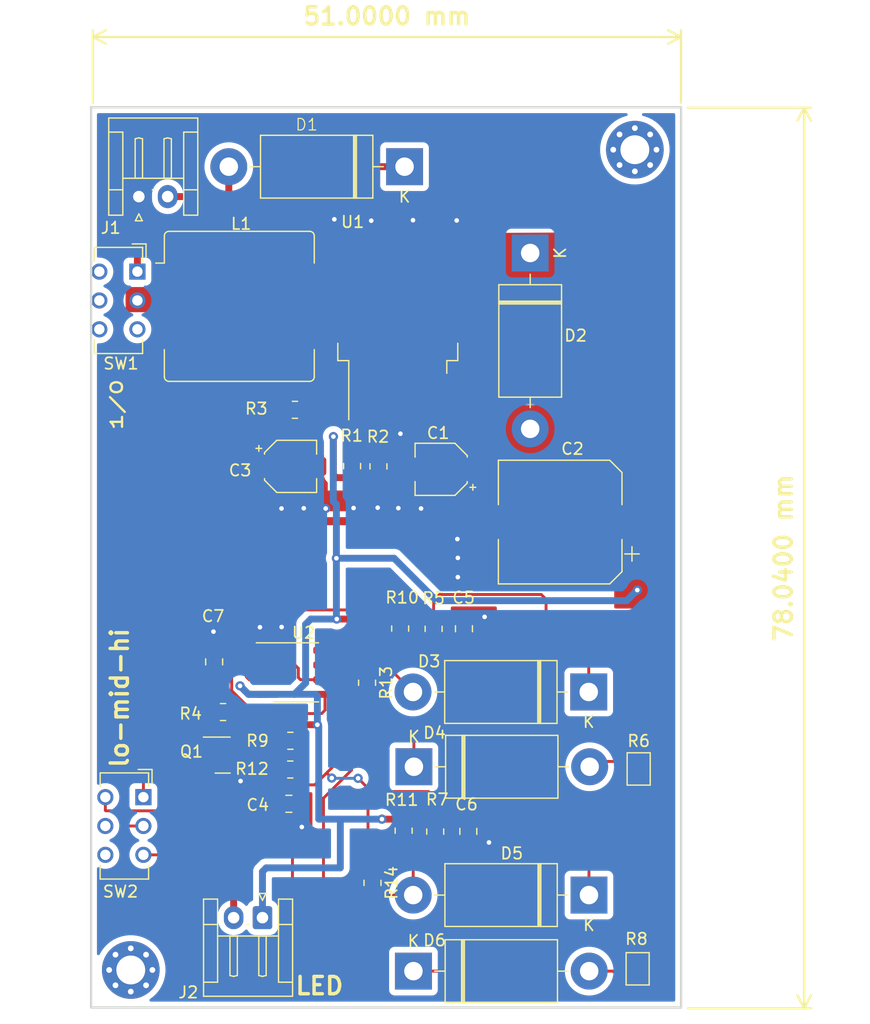
<source format=kicad_pcb>
(kicad_pcb (version 20211014) (generator pcbnew)
  (layers (0 "F.Cu" signal) (31 "B.Cu" signal) (34 "B.Paste" user) (35 "F.Paste" user) (36 "B.SilkS" user "B.Silkscreen") (37 "F.SilkS" user "F.Silkscreen") (38 "B.Mask" user) (39 "F.Mask" user) (44 "Edge.Cuts" user))
  (net 0 "")
  (net 1 "Net-(C1-Pad1)")
  (net 2 "Earth")
  (net 3 "VCC")
  (net 4 "Net-(C3-Pad1)")
  (net 5 "Net-(R12-Pad1)")
  (net 6 "Net-(C7-Pad1)")
  (net 7 "Net-(D1-Pad1)")
  (net 8 "Net-(D1-Pad2)")
  (net 9 "Net-(D2-Pad2)")
  (net 10 "Net-(D3-Pad1)")
  (net 11 "Net-(D3-Pad2)")
  (net 12 "Net-(D4-Pad1)")
  (net 13 "Net-(D4-Pad2)")
  (net 14 "Net-(D5-Pad1)")
  (net 15 "Net-(D5-Pad2)")
  (net 16 "Net-(D6-Pad1)")
  (net 17 "Net-(D6-Pad2)")
  (net 18 "Net-(J2-Pad2)")
  (net 19 "Net-(Q1-Pad2)")
  (net 20 "Net-(R1-Pad2)")
  (net 21 "Net-(R3-Pad1)")
  (net 22 "Net-(R4-Pad1)")
  (net 23 "Net-(R12-Pad2)")
  (net 24 "Net-(SW2-Pad3)")
  (footprint "Diode_THT:D_DO-201AD_P15.24mm_Horizontal" (layer "F.Cu") (at 100.94 120.72)
    (fp_text reference "D4" (at 1.79 -2.94) (layer "F.SilkS"))
    (fp_text value "MBR340")
    (fp_text user "K" (at 0 -2.6) (layer "F.SilkS"))
    (pad "1" thru_hole rect (at 0 0) (size 3.2 3.2) (drill 1.6) (layers *.Cu *.Mask) (net 12 "Net-(D4-Pad1)"))
    (pad "2" thru_hole oval (at 15.24 0) (size 3.2 3.2) (drill 1.6) (layers *.Cu *.Mask) (net 13 "Net-(D4-Pad2)"))
  )
  (footprint "Package_TO_SOT_SMD:TO-263-5_TabPin3" (layer "F.Cu") (at 99.5426 82.5754 90)
    (fp_text reference "U1" (at 9.0654 -3.9126 180) (layer "F.SilkS"))
    (fp_text value "LM2577_SIMPLE-SWITCHER_Step-Up_Voltage_Regulator")
    (pad "1" smd rect (at -5.775 -3.4 90) (size 4.6 1.1) (layers "F.Cu" "F.Paste" "F.Mask") (net 21 "Net-(R3-Pad1)"))
    (pad "2" smd rect (at -5.775 -1.7 90) (size 4.6 1.1) (layers "F.Cu" "F.Paste" "F.Mask") (net 20 "Net-(R1-Pad2)"))
    (pad "3" smd rect (at 3.375 0 90) (size 9.4 10.8) (layers "F.Cu" "F.Mask") (net 2 "Earth"))
    (pad "3" smd rect (at -5.775 0 90) (size 4.6 1.1) (layers "F.Cu" "F.Paste" "F.Mask") (net 2 "Earth"))
    (pad "4" smd rect (at -5.775 1.7 90) (size 4.6 1.1) (layers "F.Cu" "F.Paste" "F.Mask") (net 9 "Net-(D2-Pad2)"))
    (pad "5" smd rect (at -5.775 3.4 90) (size 4.6 1.1) (layers "F.Cu" "F.Paste" "F.Mask") (net 1 "Net-(C1-Pad1)"))
  )
  (footprint "Package_TO_SOT_SMD:SOT-23" (layer "F.Cu") (at 84.36 119.71)
    (fp_text reference "Q1" (at -2.71 -0.3) (layer "F.SilkS"))
    (fp_text value "Q_NMOS_DGS")
    (pad "1" smd roundrect (at -0.9375 -0.95) (size 1.475 0.6) (layers "F.Cu" "F.Paste" "F.Mask") (net 18 "Net-(J2-Pad2)"))
    (pad "2" smd roundrect (at -0.9375 0.95) (size 1.475 0.6) (layers "F.Cu" "F.Paste" "F.Mask") (net 19 "Net-(Q1-Pad2)"))
    (pad "3" smd roundrect (at 0.9375 0) (size 1.475 0.6) (layers "F.Cu" "F.Paste" "F.Mask") (net 2 "Earth"))
  )
  (footprint "Capacitor_SMD:C_0805_2012Metric" (layer "F.Cu") (at 83.62 111.63 90)
    (fp_text reference "C7" (at 3.96 -0.09 180) (layer "F.SilkS"))
    (fp_text value "10nF")
    (pad "1" smd roundrect (at -0.95 0 90) (size 1 1.45) (layers "F.Cu" "F.Paste" "F.Mask") (net 6 "Net-(C7-Pad1)"))
    (pad "2" smd roundrect (at 0.95 0 90) (size 1 1.45) (layers "F.Cu" "F.Paste" "F.Mask") (net 2 "Earth"))
  )
  (footprint "Diode_THT:D_DO-201AD_P15.24mm_Horizontal" (layer "F.Cu") (at 100.13 68.72 180)
    (fp_text reference "D1" (at 8.49 3.64) (layer "F.SilkS") (effects (font (thickness 0.1))))
    (fp_text value "1N5821")
    (fp_text user "K" (at 0 -2.6) (layer "F.SilkS"))
    (pad "1" thru_hole rect (at 0 0 180) (size 3.2 3.2) (drill 1.6) (layers *.Cu *.Mask) (net 7 "Net-(D1-Pad1)"))
    (pad "2" thru_hole oval (at 15.24 0 180) (size 3.2 3.2) (drill 1.6) (layers *.Cu *.Mask) (net 8 "Net-(D1-Pad2)"))
  )
  (footprint "Resistor_SMD:R_0805_2012Metric_Pad1.20x1.40mm_HandSolder" (layer "F.Cu") (at 90.23 118.47 180)
    (fp_text reference "R9" (at 2.85 0) (layer "F.SilkS"))
    (fp_text value "50k")
    (pad "1" smd roundrect (at -1 0 180) (size 1.2 1.4) (layers "F.Cu" "F.Paste" "F.Mask") (roundrect_rratio 0.208333) (net 23 "Net-(R12-Pad2)"))
    (pad "2" smd roundrect (at 1 0 180) (size 1.2 1.4) (layers "F.Cu" "F.Paste" "F.Mask") (roundrect_rratio 0.208333) (net 3 "VCC"))
  )
  (footprint "MountingHole:MountingHole_2.5mm_Pad_Via" (layer "F.Cu") (at 76.39 138.33)
    (fp_text reference "REF**" hide)
    (fp_text value "MountingHole_2.5mm_Pad_Via")
    (pad "1" thru_hole circle (at 0 1.875) (size 0.8 0.8) (drill 0.5) (layers *.Cu *.Mask))
    (pad "1" thru_hole circle (at 0 -1.875) (size 0.8 0.8) (drill 0.5) (layers *.Cu *.Mask))
    (pad "1" thru_hole circle (at -1.325825 1.325825) (size 0.8 0.8) (drill 0.5) (layers *.Cu *.Mask))
    (pad "1" thru_hole circle (at -1.875 0) (size 0.8 0.8) (drill 0.5) (layers *.Cu *.Mask))
    (pad "1" thru_hole circle (at 0 0) (size 5 5) (drill 2.5) (layers *.Cu *.Mask))
    (pad "1" thru_hole circle (at 1.875 0) (size 0.8 0.8) (drill 0.5) (layers *.Cu *.Mask))
    (pad "1" thru_hole circle (at -1.325825 -1.325825) (size 0.8 0.8) (drill 0.5) (layers *.Cu *.Mask))
    (pad "1" thru_hole circle (at 1.325825 1.325825) (size 0.8 0.8) (drill 0.5) (layers *.Cu *.Mask))
    (pad "1" thru_hole circle (at 1.325825 -1.325825) (size 0.8 0.8) (drill 0.5) (layers *.Cu *.Mask))
  )
  (footprint "Resistor_SMD:R_0805_2012Metric_Pad1.20x1.40mm_HandSolder" (layer "F.Cu") (at 100.05 126.26 90)
    (fp_text reference "R11" (at 2.67 -0.17 180) (layer "F.SilkS"))
    (fp_text value "10k")
    (pad "1" smd roundrect (at -1 0 90) (size 1.2 1.4) (layers "F.Cu" "F.Paste" "F.Mask") (roundrect_rratio 0.208333) (net 15 "Net-(D5-Pad2)"))
    (pad "2" smd roundrect (at 1 0 90) (size 1.2 1.4) (layers "F.Cu" "F.Paste" "F.Mask") (roundrect_rratio 0.208333) (net 3 "VCC"))
  )
  (footprint "Resistor_SMD:R_0805_2012Metric_Pad1.20x1.40mm_HandSolder" (layer "F.Cu") (at 102.65 108.77 -90)
    (fp_text reference "R5" (at -2.65 0 180) (layer "F.SilkS"))
    (fp_text value "100R")
    (pad "1" smd roundrect (at -1 0 270) (size 1.2 1.4) (layers "F.Cu" "F.Paste" "F.Mask") (roundrect_rratio 0.208333) (net 10 "Net-(D3-Pad1)"))
    (pad "2" smd roundrect (at 1 0 270) (size 1.2 1.4) (layers "F.Cu" "F.Paste" "F.Mask") (roundrect_rratio 0.208333) (net 5 "Net-(R12-Pad1)"))
  )
  (footprint "Resistor_SMD:R_0805_2012Metric_Pad1.20x1.40mm_HandSolder" (layer "F.Cu") (at 99.75 108.74 90)
    (fp_text reference "R10" (at 2.68 0.17 180) (layer "F.SilkS"))
    (fp_text value "10k")
    (pad "1" smd roundrect (at -1 0 90) (size 1.2 1.4) (layers "F.Cu" "F.Paste" "F.Mask") (roundrect_rratio 0.208333) (net 11 "Net-(D3-Pad2)"))
    (pad "2" smd roundrect (at 1 0 90) (size 1.2 1.4) (layers "F.Cu" "F.Paste" "F.Mask") (roundrect_rratio 0.208333) (net 3 "VCC"))
  )
  (footprint "Diode_THT:D_DO-201AD_P15.24mm_Horizontal" (layer "F.Cu") (at 100.9 138.43)
    (fp_text reference "D6" (at 1.83 -2.67) (layer "F.SilkS"))
    (fp_text value "MBR340")
    (fp_text user "K" (at 0 -2.6) (layer "F.SilkS"))
    (pad "1" thru_hole rect (at 0 0) (size 3.2 3.2) (drill 1.6) (layers *.Cu *.Mask) (net 16 "Net-(D6-Pad1)"))
    (pad "2" thru_hole oval (at 15.24 0) (size 3.2 3.2) (drill 1.6) (layers *.Cu *.Mask) (net 17 "Net-(D6-Pad2)"))
  )
  (footprint "Resistor_SMD:R_0805_2012Metric_Pad1.20x1.40mm_HandSolder" (layer "F.Cu") (at 90.6272 89.789 180)
    (fp_text reference "R3" (at 3.3472 0.099) (layer "F.SilkS"))
    (fp_text value "2.2k")
    (pad "1" smd roundrect (at -1 0 180) (size 1.2 1.4) (layers "F.Cu" "F.Paste" "F.Mask") (roundrect_rratio 0.208333) (net 21 "Net-(R3-Pad1)"))
    (pad "2" smd roundrect (at 1 0 180) (size 1.2 1.4) (layers "F.Cu" "F.Paste" "F.Mask") (roundrect_rratio 0.208333) (net 4 "Net-(C3-Pad1)"))
  )
  (footprint "Capacitor_SMD:C_0805_2012Metric" (layer "F.Cu") (at 105.66 126.32 -90)
    (fp_text reference "C6" (at -2.34 0.16 180) (layer "F.SilkS"))
    (fp_text value "10nF")
    (pad "1" smd roundrect (at -0.95 0 270) (size 1 1.45) (layers "F.Cu" "F.Paste" "F.Mask") (net 5 "Net-(R12-Pad1)"))
    (pad "2" smd roundrect (at 0.95 0 270) (size 1 1.45) (layers "F.Cu" "F.Paste" "F.Mask") (net 2 "Earth"))
  )
  (footprint "Diode_THT:D_DO-201AD_P15.24mm_Horizontal" (layer "F.Cu") (at 116.12 131.84 180)
    (fp_text reference "D5" (at 6.69 3.61) (layer "F.SilkS"))
    (fp_text value "MBR340")
    (fp_text user "K" (at 0 -2.6) (layer "F.SilkS"))
    (pad "1" thru_hole rect (at 0 0 180) (size 3.2 3.2) (drill 1.6) (layers *.Cu *.Mask) (net 14 "Net-(D5-Pad1)"))
    (pad "2" thru_hole oval (at 15.24 0 180) (size 3.2 3.2) (drill 1.6) (layers *.Cu *.Mask) (net 15 "Net-(D5-Pad2)"))
  )
  (footprint "Resistor_SMD:R_0805_2012Metric_Pad1.20x1.40mm_HandSolder" (layer "F.Cu") (at 95.5802 94.6658 90)
    (fp_text reference "R1" (at 2.6358 -0.0402 180) (layer "F.SilkS"))
    (fp_text value "17.4k")
    (pad "1" smd roundrect (at -1 0 90) (size 1.2 1.4) (layers "F.Cu" "F.Paste" "F.Mask") (roundrect_rratio 0.208333) (net 3 "VCC"))
    (pad "2" smd roundrect (at 1 0 90) (size 1.2 1.4) (layers "F.Cu" "F.Paste" "F.Mask") (roundrect_rratio 0.208333) (net 20 "Net-(R1-Pad2)"))
  )
  (footprint "Resistor_SMD:R_0805_2012Metric_Pad1.20x1.40mm_HandSolder" (layer "F.Cu") (at 97.35 130.78 -90)
    (fp_text reference "R14" (at 0 -1.65 90) (layer "F.SilkS"))
    (fp_text value "10k")
    (pad "1" smd roundrect (at -1 0 270) (size 1.2 1.4) (layers "F.Cu" "F.Paste" "F.Mask") (roundrect_rratio 0.208333) (net 16 "Net-(D6-Pad1)"))
    (pad "2" smd roundrect (at 1 0 270) (size 1.2 1.4) (layers "F.Cu" "F.Paste" "F.Mask") (roundrect_rratio 0.208333) (net 15 "Net-(D5-Pad2)"))
  )
  (footprint "Resistor_SMD:R_0805_2012Metric_Pad1.20x1.40mm_HandSolder" (layer "F.Cu") (at 97.8662 94.6912 -90)
    (fp_text reference "R2" (at -2.5712 0.0362 180) (layer "F.SilkS"))
    (fp_text value "2k")
    (pad "1" smd roundrect (at -1 0 270) (size 1.2 1.4) (layers "F.Cu" "F.Paste" "F.Mask") (roundrect_rratio 0.208333) (net 20 "Net-(R1-Pad2)"))
    (pad "2" smd roundrect (at 1 0 270) (size 1.2 1.4) (layers "F.Cu" "F.Paste" "F.Mask") (roundrect_rratio 0.208333) (net 2 "Earth"))
  )
  (footprint "Resistor_SMD:R_0805_2012Metric_Pad1.20x1.40mm_HandSolder" (layer "F.Cu") (at 90.22 120.96)
    (fp_text reference "R12" (at -3.32 -0.06) (layer "F.SilkS"))
    (fp_text value "500R")
    (pad "1" smd roundrect (at -1 0) (size 1.2 1.4) (layers "F.Cu" "F.Paste" "F.Mask") (roundrect_rratio 0.208333) (net 5 "Net-(R12-Pad1)"))
    (pad "2" smd roundrect (at 1 0) (size 1.2 1.4) (layers "F.Cu" "F.Paste" "F.Mask") (roundrect_rratio 0.208333) (net 23 "Net-(R12-Pad2)"))
  )
  (footprint "Capacitor_SMD:CP_Elec_4x5.4" (layer "F.Cu") (at 90.2462 94.6912)
    (fp_text reference "C3" (at -4.3762 0.3488) (layer "F.SilkS"))
    (fp_text value "0.33uF")
    (pad "1" smd roundrect (at -1.8 0) (size 2.6 1.6) (layers "F.Cu" "F.Paste" "F.Mask") (roundrect_rratio 0.15625) (net 4 "Net-(C3-Pad1)"))
    (pad "2" smd roundrect (at 1.8 0) (size 2.6 1.6) (layers "F.Cu" "F.Paste" "F.Mask") (roundrect_rratio 0.15625) (net 2 "Earth"))
  )
  (footprint "Capacitor_SMD:C_0805_2012Metric" (layer "F.Cu") (at 90.1 123.93)
    (fp_text reference "C4" (at -2.7 0.1) (layer "F.SilkS"))
    (fp_text value "10nF")
    (pad "1" smd roundrect (at -0.95 0) (size 1 1.45) (layers "F.Cu" "F.Paste" "F.Mask") (net 5 "Net-(R12-Pad1)"))
    (pad "2" smd roundrect (at 0.95 0) (size 1 1.45) (layers "F.Cu" "F.Paste" "F.Mask") (net 2 "Earth"))
  )
  (footprint "Resistor_SMD:R_0805_2012Metric_Pad1.20x1.40mm_HandSolder" (layer "F.Cu") (at 84.39 115.98 180)
    (fp_text reference "R4" (at 2.81 -0.14) (layer "F.SilkS"))
    (fp_text value "100R")
    (pad "1" smd roundrect (at -1 0 180) (size 1.2 1.4) (layers "F.Cu" "F.Paste" "F.Mask") (roundrect_rratio 0.208333) (net 22 "Net-(R4-Pad1)"))
    (pad "2" smd roundrect (at 1 0 180) (size 1.2 1.4) (layers "F.Cu" "F.Paste" "F.Mask") (roundrect_rratio 0.208333) (net 19 "Net-(Q1-Pad2)"))
  )
  (footprint "Resistor_SMD:R_0805_2012Metric_Pad1.20x1.40mm_HandSolder" (layer "F.Cu") (at 102.79 126.34 90)
    (fp_text reference "R7" (at 2.78 0.17 180) (layer "F.SilkS"))
    (fp_text value "50k")
    (pad "1" smd roundrect (at -1 0 90) (size 1.2 1.4) (layers "F.Cu" "F.Paste" "F.Mask") (roundrect_rratio 0.208333) (net 14 "Net-(D5-Pad1)"))
    (pad "2" smd roundrect (at 1 0 90) (size 1.2 1.4) (layers "F.Cu" "F.Paste" "F.Mask") (roundrect_rratio 0.208333) (net 5 "Net-(R12-Pad1)"))
  )
  (footprint "Capacitor_SMD:CP_Elec_4x5.4" (layer "F.Cu") (at 103.3018 94.9452 180)
    (fp_text reference "C1" (at 0.2618 3.1452) (layer "F.SilkS"))
    (fp_text value "0.1uF")
    (pad "1" smd roundrect (at -1.8 0 180) (size 2.6 1.6) (layers "F.Cu" "F.Paste" "F.Mask") (roundrect_rratio 0.15625) (net 1 "Net-(C1-Pad1)"))
    (pad "2" smd roundrect (at 1.8 0 180) (size 2.6 1.6) (layers "F.Cu" "F.Paste" "F.Mask") (roundrect_rratio 0.15625) (net 2 "Earth"))
  )
  (footprint "Capacitor_SMD:CP_Elec_10x10.5" (layer "F.Cu") (at 113.6237 99.5172 180)
    (fp_text reference "C2" (at -1.0663 6.3472) (layer "F.SilkS"))
    (fp_text value "680uF")
    (pad "1" smd roundrect (at -4.2 0 180) (size 4.4 2.5) (layers "F.Cu" "F.Paste" "F.Mask") (roundrect_rratio 0.1) (net 3 "VCC"))
    (pad "2" smd roundrect (at 4.2 0 180) (size 4.4 2.5) (layers "F.Cu" "F.Paste" "F.Mask") (roundrect_rratio 0.1) (net 2 "Earth"))
  )
  (footprint "Connector_JST:JST_EH_S2B-EH_1x02_P2.50mm_Horizontal" (layer "F.Cu") (at 87.81 133.7975 180)
    (fp_text reference "J2" (at 6.43 -6.4725) (layer "F.SilkS"))
    (fp_text value "LED_PLATE_CONNECTOR")
    (pad "1" thru_hole roundrect (at 0 0 180) (size 1.7 2) (drill 1) (layers *.Cu *.Mask) (roundrect_rratio 0.147059) (net 3 "VCC"))
    (pad "2" thru_hole oval (at 2.5 0 180) (size 1.7 2) (drill 1) (layers *.Cu *.Mask) (net 18 "Net-(J2-Pad2)"))
  )
  (footprint "MountingHole:MountingHole_2.5mm_Pad_Via" (layer "F.Cu") (at 120.1 67.25)
    (fp_text reference "REF**" hide)
    (fp_text value "MountingHole_2.5mm_Pad_Via")
    (pad "1" thru_hole circle (at 0 1.875) (size 0.8 0.8) (drill 0.5) (layers *.Cu *.Mask))
    (pad "1" thru_hole circle (at 0 -1.875) (size 0.8 0.8) (drill 0.5) (layers *.Cu *.Mask))
    (pad "1" thru_hole circle (at -1.325825 1.325825) (size 0.8 0.8) (drill 0.5) (layers *.Cu *.Mask))
    (pad "1" thru_hole circle (at -1.875 0) (size 0.8 0.8) (drill 0.5) (layers *.Cu *.Mask))
    (pad "1" thru_hole circle (at 0 0) (size 5 5) (drill 2.5) (layers *.Cu *.Mask))
    (pad "1" thru_hole circle (at 1.875 0) (size 0.8 0.8) (drill 0.5) (layers *.Cu *.Mask))
    (pad "1" thru_hole circle (at -1.325825 -1.325825) (size 0.8 0.8) (drill 0.5) (layers *.Cu *.Mask))
    (pad "1" thru_hole circle (at 1.325825 1.325825) (size 0.8 0.8) (drill 0.5) (layers *.Cu *.Mask))
    (pad "1" thru_hole circle (at 1.325825 -1.325825) (size 0.8 0.8) (drill 0.5) (layers *.Cu *.Mask))
  )
  (footprint "Button_Switch_THT:SW_CuK_JS202011AQN_DPDT_Angled" (layer "F.Cu") (at 77.485 123.3525 -90)
    (fp_text reference "SW2" (at 8.1875 1.985 180) (layer "F.SilkS"))
    (fp_text value "SW_SP3T")
    (pad "1" thru_hole rect (at 0 0 270) (size 1.4 1.4) (drill 0.9) (layers *.Cu *.Mask) (net 11 "Net-(D3-Pad2)"))
    (pad "2" thru_hole circle (at 2.5 0 270) (size 1.4 1.4) (drill 0.9) (layers *.Cu *.Mask) (net 15 "Net-(D5-Pad2)"))
    (pad "3" thru_hole circle (at 5 0 270) (size 1.4 1.4) (drill 0.9) (layers *.Cu *.Mask) (net 24 "Net-(SW2-Pad3)"))
    (pad "4" thru_hole circle (at 0 3.3 270) (size 1.4 1.4) (drill 0.9) (layers *.Cu *.Mask) (net 23 "Net-(R12-Pad2)"))
    (pad "5" thru_hole circle (at 2.5 3.3 270) (size 1.4 1.4) (drill 0.9) (layers *.Cu *.Mask))
    (pad "6" thru_hole circle (at 5 3.3 270) (size 1.4 1.4) (drill 0.9) (layers *.Cu *.Mask))
  )
  (footprint "Capacitor_SMD:C_0805_2012Metric" (layer "F.Cu") (at 105.28 108.76 90)
    (fp_text reference "C5" (at 2.69 -0.03 180) (layer "F.SilkS"))
    (fp_text value "10nF")
    (pad "1" smd roundrect (at -0.95 0 90) (size 1 1.45) (layers "F.Cu" "F.Paste" "F.Mask") (net 5 "Net-(R12-Pad1)"))
    (pad "2" smd roundrect (at 0.95 0 90) (size 1 1.45) (layers "F.Cu" "F.Paste" "F.Mask") (net 2 "Earth"))
  )
  (footprint "Package_SO:SOIC-8_3.9x4.9mm_P1.27mm" (layer "F.Cu") (at 90.72 112.54)
    (fp_text reference "U2" (at 0.65 -3.43) (layer "F.SilkS"))
    (fp_text value "NE555P")
    (pad "1" smd roundrect (at -2.475 -1.905) (size 1.95 0.6) (layers "F.Cu" "F.Paste" "F.Mask") (net 2 "Earth"))
    (pad "2" smd roundrect (at -2.475 -0.635) (size 1.95 0.6) (layers "F.Cu" "F.Paste" "F.Mask") (net 5 "Net-(R12-Pad1)"))
    (pad "3" smd roundrect (at -2.475 0.635) (size 1.95 0.6) (layers "F.Cu" "F.Paste" "F.Mask") (net 22 "Net-(R4-Pad1)"))
    (pad "4" smd roundrect (at -2.475 1.905) (size 1.95 0.6) (layers "F.Cu" "F.Paste" "F.Mask") (net 3 "VCC"))
    (pad "5" smd roundrect (at 2.475 1.905) (size 1.95 0.6) (layers "F.Cu" "F.Paste" "F.Mask") (net 6 "Net-(C7-Pad1)"))
    (pad "6" smd roundrect (at 2.475 0.635) (size 1.95 0.6) (layers "F.Cu" "F.Paste" "F.Mask") (net 5 "Net-(R12-Pad1)"))
    (pad "7" smd roundrect (at 2.475 -0.635) (size 1.95 0.6) (layers "F.Cu" "F.Paste" "F.Mask") (net 24 "Net-(SW2-Pad3)"))
    (pad "8" smd roundrect (at 2.475 -1.905) (size 1.95 0.6) (layers "F.Cu" "F.Paste" "F.Mask") (net 3 "VCC"))
  )
  (footprint "Button_Switch_THT:SW_CuK_JS202011AQN_DPDT_Angled" (layer "F.Cu") (at 76.965 77.8125 -90)
    (fp_text reference "SW1" (at 7.9675 1.425 180) (layer "F.SilkS"))
    (fp_text value "ON/OFF")
    (pad "1" thru_hole rect (at 0 0 270) (size 1.4 1.4) (drill 0.9) (layers *.Cu *.Mask) (net 7 "Net-(D1-Pad1)"))
    (pad "2" thru_hole circle (at 2.5 0 270) (size 1.4 1.4) (drill 0.9) (layers *.Cu *.Mask) (net 1 "Net-(C1-Pad1)"))
    (pad "3" thru_hole circle (at 5 0 270) (size 1.4 1.4) (drill 0.9) (layers *.Cu *.Mask))
    (pad "4" thru_hole circle (at 0 3.3 270) (size 1.4 1.4) (drill 0.9) (layers *.Cu *.Mask))
    (pad "5" thru_hole circle (at 2.5 3.3 270) (size 1.4 1.4) (drill 0.9) (layers *.Cu *.Mask))
    (pad "6" thru_hole circle (at 5 3.3 270) (size 1.4 1.4) (drill 0.9) (layers *.Cu *.Mask))
  )
  (footprint "Diode_THT:D_DO-201AD_P15.24mm_Horizontal" (layer "F.Cu") (at 116.1 114.24 180)
    (fp_text reference "D3" (at 13.84 2.65) (layer "F.SilkS"))
    (fp_text value "MBR340")
    (fp_text user "K" (at 0 -2.6) (layer "F.SilkS"))
    (pad "1" thru_hole rect (at 0 0 180) (size 3.2 3.2) (drill 1.6) (layers *.Cu *.Mask) (net 10 "Net-(D3-Pad1)"))
    (pad "2" thru_hole oval (at 15.24 0 180) (size 3.2 3.2) (drill 1.6) (layers *.Cu *.Mask) (net 11 "Net-(D3-Pad2)"))
  )
  (footprint "Resistor_SMD:R_0805_2012Metric_Pad1.20x1.40mm_HandSolder" (layer "F.Cu") (at 96.88 113.44 -90)
    (fp_text reference "R13" (at 0 -1.65 90) (layer "F.SilkS"))
    (fp_text value "50k")
    (pad "1" smd roundrect (at -1 0 270) (size 1.2 1.4) (layers "F.Cu" "F.Paste" "F.Mask") (roundrect_rratio 0.208333) (net 11 "Net-(D3-Pad2)"))
    (pad "2" smd roundrect (at 1 0 270) (size 1.2 1.4) (layers "F.Cu" "F.Paste" "F.Mask") (roundrect_rratio 0.208333) (net 12 "Net-(D4-Pad1)"))
  )
  (footprint "Jumper:SolderJumper-2_P1.3mm_Bridged2Bar_Pad1.0x1.5mm" (layer "F.Cu") (at 120.34 138.23 -90)
    (fp_text reference "R8" (at -2.59 0.1 180) (layer "F.SilkS"))
    (fp_text value "0R")
    (fp_poly (pts (xy -0.25 -0.6) (xy 0.25 -0.6) (xy 0.25 -0.2) (xy -0.25 -0.2)) (layer "F.Cu") (width 0) (fill solid))
    (fp_poly (pts (xy -0.25 0.2) (xy 0.25 0.2) (xy 0.25 0.6) (xy -0.25 0.6)) (layer "F.Cu") (width 0) (fill solid))
    (pad "1" smd rect (at -0.65 0 270) (size 1 1.5) (layers "F.Cu" "F.Mask") (net 5 "Net-(R12-Pad1)"))
    (pad "2" smd rect (at 0.65 0 270) (size 1 1.5) (layers "F.Cu" "F.Mask") (net 17 "Net-(D6-Pad2)"))
  )
  (footprint "Inductor_SMD:L_Bourns_SRR1208_12.7x12.7mm" (layer "F.Cu") (at 85.8012 80.8228)
    (fp_text reference "L1" (at 0.1588 -7.1528) (layer "F.SilkS"))
    (fp_text value "100uH")
    (pad "1" smd rect (at -5 0) (size 4 7) (layers "F.Cu" "F.Paste" "F.Mask") (net 1 "Net-(C1-Pad1)"))
    (pad "2" smd rect (at 5 0) (size 4 7) (layers "F.Cu" "F.Paste" "F.Mask") (net 9 "Net-(D2-Pad2)"))
  )
  (footprint "Connector_JST:JST_EH_S2B-EH_1x02_P2.50mm_Horizontal" (layer "F.Cu") (at 77.09 71.3125)
    (fp_text reference "J1" (at -2.44 2.7075) (layer "F.SilkS"))
    (fp_text value "11.1V in")
    (pad "1" thru_hole roundrect (at 0 0) (size 1.7 2) (drill 1) (layers *.Cu *.Mask) (roundrect_rratio 0.147059) (net 2 "Earth"))
    (pad "2" thru_hole oval (at 2.5 0) (size 1.7 2) (drill 1) (layers *.Cu *.Mask) (net 8 "Net-(D1-Pad2)"))
  )
  (footprint "Jumper:SolderJumper-2_P1.3mm_Bridged2Bar_Pad1.0x1.5mm" (layer "F.Cu") (at 120.43 120.91 90)
    (fp_text reference "R6" (at 2.42 0 180) (layer "F.SilkS"))
    (fp_text value "0R")
    (fp_poly (pts (xy -0.25 -0.6) (xy 0.25 -0.6) (xy 0.25 -0.2) (xy -0.25 -0.2)) (layer "F.Cu") (width 0) (fill solid))
    (fp_poly (pts (xy -0.25 0.2) (xy 0.25 0.2) (xy 0.25 0.6) (xy -0.25 0.6)) (layer "F.Cu") (width 0) (fill solid))
    (pad "1" smd rect (at -0.65 0 90) (size 1 1.5) (layers "F.Cu" "F.Mask") (net 5 "Net-(R12-Pad1)"))
    (pad "2" smd rect (at 0.65 0 90) (size 1 1.5) (layers "F.Cu" "F.Mask") (net 13 "Net-(D4-Pad2)"))
  )
  (footprint "Diode_THT:D_DO-201AD_P15.24mm_Horizontal" (layer "F.Cu") (at 111.0234 76.2 -90)
    (fp_text reference "D2" (at 7.16 -3.9366 180) (layer "F.SilkS"))
    (fp_text value "1N5821")
    (fp_text user "K" (at 0 -2.6 90) (layer "F.SilkS"))
    (pad "1" thru_hole rect (at 0 0 270) (size 3.2 3.2) (drill 1.6) (layers *.Cu *.Mask) (net 3 "VCC"))
    (pad "2" thru_hole oval (at 15.24 0 270) (size 3.2 3.2) (drill 1.6) (layers *.Cu *.Mask) (net 9 "Net-(D2-Pad2)"))
  )
  (gr_rect (start 72.95 63.57) (end 124.11 141.58) (layer "Edge.Cuts") (width 0.2) (fill none))
  (gr_text "lo-mid-hi" (at 75.42 114.75 90) (layer "F.SilkS") (effects (font (size 1.5 1.5) (thickness 0.3))))
  (gr_text "LED" (at 92.75 139.71) (layer "F.SilkS") (effects (font (size 1.5 1.5) (thickness 0.3))))
  (gr_text "1/0" (at 75.18 89.33 90) (layer "F.SilkS") (effects (font (size 1 1.5) (thickness 0.2))))
  (dimension (type aligned) (layer "F.SilkS") (pts (xy 73.1 63.68) (xy 124.1 63.68)) (height -6.2) (gr_text "51.0000 mm" (at 98.6 55.68) (layer "F.SilkS") (effects (font (size 1.5 1.5) (thickness 0.3)))) (format (units 3) (units_format 1) (precision 4)) (style (thickness 0.2) (arrow_length 1.27) (text_position_mode 0) (extension_height 0.58642) (extension_offset 0.5) keep_text_aligned))
  (dimension (type aligned) (layer "F.SilkS") (pts (xy 124.21 141.65) (xy 124.21 63.61)) (height 10.57) (gr_text "78.0400 mm" (at 132.98 102.63 90) (layer "F.SilkS") (effects (font (size 1.5 1.5) (thickness 0.3)))) (format (units 3) (units_format 1) (precision 4)) (style (thickness 0.2) (arrow_length 1.27) (text_position_mode 0) (extension_height 0.58642) (extension_offset 0.5) keep_text_aligned))
  (segment (start 105.23 97.86) (end 105.23 95.0734) (width 0.7) (layer "F.Cu") (net 1))
  (segment (start 102.9426 91.6326) (end 105.1018 93.7918) (width 0.7) (layer "F.Cu") (net 1))
  (segment (start 105.23 95.0734) (end 105.1018 94.9452) (width 0.7) (layer "F.Cu") (net 1))
  (segment (start 103.65 99.44) (end 105.23 97.86) (width 0.7) (layer "F.Cu") (net 1))
  (segment (start 85.12 99.44) (end 103.65 99.44) (width 0.7) (layer "F.Cu") (net 1))
  (segment (start 105.1018 93.7918) (end 105.1018 94.9452) (width 0.7) (layer "F.Cu") (net 1))
  (segment (start 80.8012 95.1212) (end 85.12 99.44) (width 0.7) (layer "F.Cu") (net 1))
  (segment (start 80.8012 80.8228) (end 80.8012 95.1212) (width 0.7) (layer "F.Cu") (net 1))
  (segment (start 102.9426 88.3504) (end 102.9426 91.6326) (width 0.7) (layer "F.Cu") (net 1))
  (via (at 104.75 102.62) (size 0.8) (drill 0.4) (layers "F.Cu" "B.Cu") (net 2))
  (via (at 93.29 98.34) (size 0.8) (drill 0.4) (layers "F.Cu" "B.Cu") (net 2))
  (via (at 101.56 98.34) (size 0.8) (drill 0.4) (layers "F.Cu" "B.Cu") (net 2))
  (via (at 104.65 73.38) (size 0.8) (drill 0.4) (layers "F.Cu" "B.Cu") (net 2))
  (via (at 97.24 73.4) (size 0.8) (drill 0.4) (layers "F.Cu" "B.Cu") (net 2))
  (via (at 104.71 100.99) (size 0.8) (drill 0.4) (layers "F.Cu" "B.Cu") (net 2))
  (via (at 99.77 91.86) (size 0.8) (drill 0.4) (layers "F.Cu" "B.Cu") (net 2))
  (via (at 104.75 104.29) (size 0.8) (drill 0.4) (layers "F.Cu" "B.Cu") (net 2))
  (via (at 94.04 73.28) (size 0.8) (drill 0.4) (layers "F.Cu" "B.Cu") (net 2))
  (via (at 83.56 109.01) (size 0.8) (drill 0.4) (layers "F.Cu" "B.Cu") (net 2))
  (via (at 87.59 108.63) (size 0.8) (drill 0.4) (layers "F.Cu" "B.Cu") (net 2))
  (via (at 89.47 108.61) (size 0.8) (drill 0.4) (layers "F.Cu" "B.Cu") (net 2))
  (via (at 95.71 98.3) (size 0.8) (drill 0.4) (layers "F.Cu" "B.Cu") (net 2))
  (via (at 89.46 98.34) (size 0.8) (drill 0.4) (layers "F.Cu" "B.Cu") (net 2))
  (via (at 99.59 98.31) (size 0.8) (drill 0.4) (layers "F.Cu" "B.Cu") (net 2))
  (via (at 100.86 73.36) (size 0.8) (drill 0.4) (layers "F.Cu" "B.Cu") (net 2))
  (via (at 107.07 107.73) (size 0.8) (drill 0.4) (layers "F.Cu" "B.Cu") (net 2))
  (via (at 107.45 127.28) (size 0.8) (drill 0.4) (layers "F.Cu" "B.Cu") (net 2))
  (via (at 85.91 121.96) (size 0.8) (drill 0.4) (layers "F.Cu" "B.Cu") (net 2))
  (via (at 91.22 125.94) (size 0.8) (drill 0.4) (layers "F.Cu" "B.Cu") (net 2))
  (via (at 97.8 98.27) (size 0.8) (drill 0.4) (layers "F.Cu" "B.Cu") (net 2))
  (via (at 91.39 98.32) (size 0.8) (drill 0.4) (layers "F.Cu" "B.Cu") (net 2))
  (segment (start 93.96 95.42) (end 93.96 92.11) (width 0.6) (layer "F.Cu") (net 3))
  (segment (start 100.05 125.26) (end 98.17 125.26) (width 0.6) (layer "F.Cu") (net 3))
  (segment (start 86.5995 114.445) (end 88.245 114.445) (width 0.6) (layer "F.Cu") (net 3))
  (segment (start 118.5072 99.5172) (end 117.8237 99.5172) (width 0.6) (layer "F.Cu") (net 3))
  (segment (start 96.56 109.83) (end 96.56 108.19) (width 0.6) (layer "F.Cu") (net 3))
  (segment (start 94.25 107.92) (end 96.29 107.92) (width 0.6) (layer "F.Cu") (net 3))
  (segment (start 89.23 117.11) (end 89.23 118.47) (width 0.6) (layer "F.Cu") (net 3))
  (segment (start 120.31 105.41) (end 120.31 101.32) (width 0.6) (layer "F.Cu") (net 3))
  (segment (start 94.2058 95.6658) (end 94.18 95.64) (width 0.6) (layer "F.Cu") (net 3))
  (segment (start 95.5802 95.6658) (end 94.2058 95.6658) (width 0.6) (layer "F.Cu") (net 3))
  (segment (start 93.195 110.635) (end 95.755 110.635) (width 0.6) (layer "F.Cu") (net 3))
  (segment (start 94.18 95.64) (end 93.96 95.42) (width 0.6) (layer "F.Cu") (net 3))
  (segment (start 96.29 107.92) (end 96.56 108.19) (width 0.6) (layer "F.Cu") (net 3))
  (segment (start 95.755 110.635) (end 96.56 109.83) (width 0.6) (layer "F.Cu") (net 3))
  (segment (start 96.56 108.19) (end 97.01 107.74) (width 0.6) (layer "F.Cu") (net 3))
  (segment (start 85.8645 113.71) (end 86.5995 114.445) (width 0.6) (layer "F.Cu") (net 3))
  (segment (start 120.31 101.32) (end 118.5072 99.5172) (width 0.6) (layer "F.Cu") (net 3))
  (segment (start 97.01 107.74) (end 99.75 107.74) (width 0.6) (layer "F.Cu") (net 3))
  (segment (start 92.57 117.08) (end 89.26 117.08) (width 0.6) (layer "F.Cu") (net 3))
  (segment (start 89.26 117.08) (end 89.23 117.11) (width 0.6) (layer "F.Cu") (net 3))
  (via (at 120.31 105.41) (size 0.8) (drill 0.4) (layers "F.Cu" "B.Cu") (net 3))
  (via (at 98.17 125.26) (size 0.8) (drill 0.4) (layers "F.Cu" "B.Cu") (net 3))
  (via (at 85.8645 113.71) (size 0.8) (drill 0.4) (layers "F.Cu" "B.Cu") (net 3))
  (via (at 93.96 92.11) (size 0.8) (drill 0.4) (layers "F.Cu" "B.Cu") (net 3))
  (via (at 94.22 102.65) (size 0.8) (drill 0.4) (layers "F.Cu" "B.Cu") (net 3))
  (via (at 92.57 117.08) (size 0.8) (drill 0.4) (layers "F.Cu" "B.Cu") (net 3))
  (via (at 94.25 107.92) (size 0.8) (drill 0.4) (layers "F.Cu" "B.Cu") (net 3))
  (segment (start 94.25 107.92) (end 94.22 107.89) (width 0.6) (layer "B.Cu") (net 3))
  (segment (start 94.22 102.65) (end 99.22 102.65) (width 0.6) (layer "B.Cu") (net 3))
  (segment (start 86.5945 114.44) (end 90.57 114.44) (width 0.6) (layer "B.Cu") (net 3))
  (segment (start 92.57 117.08) (end 92.57 114.59) (width 0.6) (layer "B.Cu") (net 3))
  (segment (start 94.22 97.997207) (end 93.95 97.727207) (width 0.6) (layer "B.Cu") (net 3))
  (segment (start 91.55 113.46) (end 91.55 108.37) (width 0.6) (layer "B.Cu") (net 3))
  (segment (start 94.22 107.89) (end 94.22 102.65) (width 0.6) (layer "B.Cu") (net 3))
  (segment (start 92 107.92) (end 94.25 107.92) (width 0.6) (layer "B.Cu") (net 3))
  (segment (start 98.17 125.26) (end 94.56 125.26) (width 0.6) (layer "B.Cu") (net 3))
  (segment (start 102.9 106.33) (end 119.39 106.33) (width 0.6) (layer "B.Cu") (net 3))
  (segment (start 119.39 106.33) (end 120.31 105.41) (width 0.6) (layer "B.Cu") (net 3))
  (segment (start 85.8645 113.71) (end 86.5945 114.44) (width 0.6) (layer "B.Cu") (net 3))
  (segment (start 91.55 108.37) (end 92 107.92) (width 0.6) (layer "B.Cu") (net 3))
  (segment (start 90.57 114.44) (end 91.55 113.46) (width 0.6) (layer "B.Cu") (net 3))
  (segment (start 94.56 125.26) (end 94.56 129.48) (width 0.6) (layer "B.Cu") (net 3))
  (segment (start 93.95 97.727207) (end 93.95 92.12) (width 0.6) (layer "B.Cu") (net 3))
  (segment (start 88.14 129.48) (end 87.81 129.81) (width 0.6) (layer "B.Cu") (net 3))
  (segment (start 92.42 114.44) (end 90.57 114.44) (width 0.6) (layer "B.Cu") (net 3))
  (segment (start 94.22 102.65) (end 94.22 97.997207) (width 0.6) (layer "B.Cu") (net 3))
  (segment (start 94.56 125.26) (end 92.69 125.26) (width 0.6) (layer "B.Cu") (net 3))
  (segment (start 93.95 92.12) (end 93.96 92.11) (width 0.6) (layer "B.Cu") (net 3))
  (segment (start 87.81 129.81) (end 87.81 133.7975) (width 0.6) (layer "B.Cu") (net 3))
  (segment (start 92.69 125.26) (end 92.69 117.2) (width 0.6) (layer "B.Cu") (net 3))
  (segment (start 92.69 117.2) (end 92.57 117.08) (width 0.6) (layer "B.Cu") (net 3))
  (segment (start 92.57 114.59) (end 92.42 114.44) (width 0.6) (layer "B.Cu") (net 3))
  (segment (start 99.22 102.65) (end 102.9 106.33) (width 0.6) (layer "B.Cu") (net 3))
  (segment (start 94.56 129.48) (end 88.14 129.48) (width 0.6) (layer "B.Cu") (net 3))
  (segment (start 102.21 122.87) (end 102.79 123.45) (width 0.25) (layer "F.Cu") (net 5))
  (segment (start 94.745 113.175) (end 94.86 113.29) (width 0.25) (layer "F.Cu") (net 5))
  (segment (start 105.28 109.71) (end 105.66 110.09) (width 0.25) (layer "F.Cu") (net 5))
  (segment (start 93.445 121.185) (end 92.34 122.29) (width 0.25) (layer "F.Cu") (net 5))
  (segment (start 91.105 113.175) (end 93.195 113.175) (width 0.25) (layer "F.Cu") (net 5))
  (segment (start 88.245 111.905) (end 90.635 111.905) (width 0.25) (layer "F.Cu") (net 5))
  (segment (start 119.56 125.37) (end 119.56 134.61) (width 0.25) (layer "F.Cu") (net 5))
  (segment (start 89.15 123.93) (end 89.15 122.21) (width 0.25) (layer "F.Cu") (net 5))
  (segment (start 90.92 112.99) (end 91.105 113.175) (width 0.25) (layer "F.Cu") (net 5))
  (segment (start 90.92 112.19) (end 90.92 112.99) (width 0.25) (layer "F.Cu") (net 5))
  (segment (start 89.15 122.21) (end 89.15 121.03) (width 0.25) (layer "F.Cu") (net 5))
  (segment (start 89.23 122.29) (end 89.15 122.21) (width 0.25) (layer "F.Cu") (net 5))
  (segment (start 105.66 112.54) (end 105.66 125.37) (width 0.25) (layer "F.Cu") (net 5))
  (segment (start 93.445 121.325) (end 93.445 121.185) (width 0.25) (layer "F.Cu") (net 5))
  (segment (start 90.635 111.905) (end 90.92 112.19) (width 0.25) (layer "F.Cu") (net 5))
  (segment (start 120.34 135.39) (end 120.34 137.58) (width 0.25) (layer "F.Cu") (net 5))
  (segment (start 94.86 113.29) (end 94.86 119.77) (width 0.25) (layer "F.Cu") (net 5))
  (segment (start 92.34 122.29) (end 89.23 122.29) (width 0.25) (layer "F.Cu") (net 5))
  (segment (start 105.28 112.16) (end 105.66 112.54) (width 0.25) (layer "F.Cu") (net 5))
  (segment (start 93.817701 121.697701) (end 93.445 121.325) (width 0.25) (layer "F.Cu") (net 5))
  (segment (start 105.63 125.34) (end 105.66 125.37) (width 0.25) (layer "F.Cu") (net 5))
  (segment (start 96.1 121.72) (end 97.25 122.87) (width 0.25) (layer "F.Cu") (net 5))
  (segment (start 119.56 125.37) (end 120.43 124.5) (width 0.25) (layer "F.Cu") (net 5))
  (segment (start 102.79 123.45) (end 102.79 125.34) (width 0.25) (layer "F.Cu") (net 5))
  (segment (start 102.65 109.77) (end 105.22 109.77) (width 0.25) (layer "F.Cu") (net 5))
  (segment (start 105.22 109.77) (end 105.28 109.71) (width 0.25) (layer "F.Cu") (net 5))
  (segment (start 105.66 125.37) (end 119.56 125.37) (width 0.25) (layer "F.Cu") (net 5))
  (segment (start 93.195 113.175) (end 94.745 113.175) (width 0.25) (layer "F.Cu") (net 5))
  (segment (start 94.86 119.77) (end 93.445 121.185) (width 0.25) (layer "F.Cu") (net 5))
  (segment (start 105.28 109.71) (end 105.28 112.16) (width 0.25) (layer "F.Cu") (net 5))
  (segment (start 102.79 125.34) (end 105.63 125.34) (width 0.25) (layer "F.Cu") (net 5))
  (segment (start 97.25 122.87) (end 102.21 122.87) (width 0.25) (layer "F.Cu") (net 5))
  (segment (start 89.15 121.03) (end 89.22 120.96) (width 0.25) (layer "F.Cu") (net 5))
  (segment (start 119.56 134.61) (end 120.34 135.39) (width 0.25) (layer "F.Cu") (net 5))
  (segment (start 120.43 124.5) (end 120.43 121.56) (width 0.25) (layer "F.Cu") (net 5))
  (via (at 96.1 121.72) (size 0.8) (drill 0.4) (layers "F.Cu" "B.Cu") (net 5))
  (via (at 93.817701 121.697701) (size 0.8) (drill 0.4) (layers "F.Cu" "B.Cu") (net 5))
  (segment (start 96.1 121.72) (end 93.84 121.72) (width 0.25) (layer "B.Cu") (net 5))
  (segment (start 93.84 121.72) (end 93.817701 121.697701) (width 0.25) (layer "B.Cu") (net 5))
  (segment (start 86.315 115.291827) (end 86.315 115.295) (width 0.25) (layer "F.Cu") (net 6))
  (segment (start 85.978173 114.955) (end 86.315 115.291827) (width 0.25) (layer "F.Cu") (net 6))
  (segment (start 85.14 112.98) (end 85.14 114.12) (width 0.25) (layer "F.Cu") (net 6))
  (segment (start 93.23 115.82) (end 93.23 114.48) (width 0.25) (layer "F.Cu") (net 6))
  (segment (start 87.13 116.11) (end 92.94 116.11) (width 0.25) (layer "F.Cu") (net 6))
  (segment (start 85.975 114.955) (end 85.978173 114.955) (width 0.25) (layer "F.Cu") (net 6))
  (segment (start 85.14 114.12) (end 85.975 114.955) (width 0.25) (layer "F.Cu") (net 6))
  (segment (start 83.62 112.58) (end 84.74 112.58) (width 0.25) (layer "F.Cu") (net 6))
  (segment (start 86.315 115.295) (end 87.13 116.11) (width 0.25) (layer "F.Cu") (net 6))
  (segment (start 93.23 114.48) (end 93.195 114.445) (width 0.25) (layer "F.Cu") (net 6))
  (segment (start 92.94 116.11) (end 93.23 115.82) (width 0.25) (layer "F.Cu") (net 6))
  (segment (start 84.74 112.58) (end 85.14 112.98) (width 0.25) (layer "F.Cu") (net 6))
  (segment (start 100.13 68.72) (end 90.02 68.72) (width 0.6) (layer "F.Cu") (net 7))
  (segment (start 88.79 69.95) (end 88.79 73.81) (width 0.6) (layer "F.Cu") (net 7))
  (segment (start 77.53 74.09) (end 76.965 74.655) (width 0.6) (layer "F.Cu") (net 7))
  (segment (start 76.965 74.655) (end 76.965 77.8125) (width 0.6) (layer "F.Cu") (net 7))
  (segment (start 88.79 73.81) (end 88.51 74.09) (width 0.6) (layer "F.Cu") (net 7))
  (segment (start 88.51 74.09) (end 77.53 74.09) (width 0.6) (layer "F.Cu") (net 7))
  (segment (start 90.02 68.72) (end 88.79 69.95) (width 0.6) (layer "F.Cu") (net 7))
  (segment (start 84.5875 71.3125) (end 84.89 71.01) (width 0.6) (layer "F.Cu") (net 8))
  (segment (start 79.59 71.3125) (end 84.5875 71.3125) (width 0.6) (layer "F.Cu") (net 8))
  (segment (start 84.89 71.01) (end 84.89 68.72) (width 0.6) (layer "F.Cu") (net 8))
  (segment (start 113.05 109.41) (end 115.99 109.41) (width 0.25) (layer "F.Cu") (net 10))
  (segment (start 102.65 107.77) (end 102.65 106.31) (width 0.25) (layer "F.Cu") (net 10))
  (segment (start 111.98 105.79) (end 112.4 106.21) (width 0.25) (layer "F.Cu") (net 10))
  (segment (start 112.4 106.21) (end 112.4 108.76) (width 0.25) (layer "F.Cu") (net 10))
  (segment (start 115.99 109.41) (end 116.1 109.52) (width 0.25) (layer "F.Cu") (net 10))
  (segment (start 102.65 106.31) (end 103.17 105.79) (width 0.25) (layer "F.Cu") (net 10))
  (segment (start 103.17 105.79) (end 111.98 105.79) (width 0.25) (layer "F.Cu") (net 10))
  (segment (start 112.4 108.76) (end 113.05 109.41) (width 0.25) (layer "F.Cu") (net 10))
  (segment (start 116.1 109.52) (end 116.1 114.24) (width 0.25) (layer "F.Cu") (net 10))
  (segment (start 77.485 116.925) (end 80.23 114.18) (width 0.25) (layer "F.Cu") (net 11))
  (segment (start 99.36 111.04) (end 99.39 111.01) (width 0.25) (layer "F.Cu") (net 11))
  (segment (start 96.736116 107.13) (end 97.646116 106.22) (width 0.25) (layer "F.Cu") (net 11))
  (segment (start 80.23 108.48) (end 81.58 107.13) (width 0.25) (layer "F.Cu") (net 11))
  (segment (start 99.75 109.74) (end 99.75 110.65) (width 0.25) (layer "F.Cu") (net 11))
  (segment (start 80.23 114.18) (end 80.23 108.48) (width 0.25) (layer "F.Cu") (net 11))
  (segment (start 101.2 106.89) (end 101.2 108.29) (width 0.25) (layer "F.Cu") (net 11))
  (segment (start 96.88 111.14) (end 96.88 112.44) (width 0.25) (layer "F.Cu") (net 11))
  (segment (start 100.86 114.24) (end 99.36 112.74) (width 0.25) (layer "F.Cu") (net 11))
  (segment (start 99.36 112.74) (end 99.36 111.04) (width 0.25) (layer "F.Cu") (net 11))
  (segment (start 81.58 107.13) (end 96.736116 107.13) (width 0.25) (layer "F.Cu") (net 11))
  (segment (start 100.53 106.22) (end 101.2 106.89) (width 0.25) (layer "F.Cu") (net 11))
  (segment (start 77.485 123.3525) (end 77.485 116.925) (width 0.25) (layer "F.Cu") (net 11))
  (segment (start 101.2 108.29) (end 99.75 109.74) (width 0.25) (layer "F.Cu") (net 11))
  (segment (start 97.01 111.01) (end 96.88 111.14) (width 0.25) (layer "F.Cu") (net 11))
  (segment (start 97.646116 106.22) (end 100.53 106.22) (width 0.25) (layer "F.Cu") (net 11))
  (segment (start 99.39 111.01) (end 97.01 111.01) (width 0.25) (layer "F.Cu") (net 11))
  (segment (start 99.75 110.65) (end 99.39 111.01) (width 0.25) (layer "F.Cu") (net 11))
  (segment (start 96.88 117.33) (end 97.33 117.78) (width 0.25) (layer "F.Cu") (net 12))
  (segment (start 97.33 117.78) (end 100.69 117.78) (width 0.25) (layer "F.Cu") (net 12))
  (segment (start 100.94 118.03) (end 100.94 120.72) (width 0.25) (layer "F.Cu") (net 12))
  (segment (start 100.69 117.78) (end 100.94 118.03) (width 0.25) (layer "F.Cu") (net 12))
  (segment (start 96.88 114.44) (end 96.88 117.33) (width 0.25) (layer "F.Cu") (net 12))
  (segment (start 120.43 120.26) (end 116.64 120.26) (width 0.25) (layer "F.Cu") (net 13))
  (segment (start 116.64 120.26) (end 116.18 120.72) (width 0.25) (layer "F.Cu") (net 13))
  (segment (start 102.78 128.58) (end 102.57 128.37) (width 0.25) (layer "F.Cu") (net 14))
  (segment (start 116.12 129.09) (end 115.61 128.58) (width 0.25) (layer "F.Cu") (net 14))
  (segment (start 102.57 127.56) (end 102.79 127.34) (width 0.25) (layer "F.Cu") (net 14))
  (segment (start 115.61 128.58) (end 102.78 128.58) (width 0.25) (layer "F.Cu") (net 14))
  (segment (start 116.12 131.84) (end 116.12 129.09) (width 0.25) (layer "F.Cu") (net 14))
  (segment (start 102.57 128.37) (end 102.57 127.56) (width 0.25) (layer "F.Cu") (net 14))
  (segment (start 100.05 128.61) (end 100.88 129.44) (width 0.25) (layer "F.Cu") (net 15))
  (segment (start 95.17 134.12) (end 95.17 132.09) (width 0.25) (layer "F.Cu") (net 15))
  (segment (start 75.79 126.2) (end 75.79 131.89) (width 0.25) (layer "F.Cu") (net 15))
  (segment (start 81.56 137.66) (end 91.63 137.66) (width 0.25) (layer "F.Cu") (net 15))
  (segment (start 97.41 131.84) (end 100.88 131.84) (width 0.25) (layer "F.Cu") (net 15))
  (segment (start 77.485 125.8525) (end 76.1375 125.8525) (width 0.25) (layer "F.Cu") (net 15))
  (segment (start 100.05 127.26) (end 100.05 128.61) (width 0.25) (layer "F.Cu") (net 15))
  (segment (start 75.79 131.89) (end 81.56 137.66) (width 0.25) (layer "F.Cu") (net 15))
  (segment (start 76.1375 125.8525) (end 75.79 126.2) (width 0.25) (layer "F.Cu") (net 15))
  (segment (start 95.17 132.09) (end 95.48 131.78) (width 0.25) (layer "F.Cu") (net 15))
  (segment (start 95.48 131.78) (end 97.35 131.78) (width 0.25) (layer "F.Cu") (net 15))
  (segment (start 100.88 129.44) (end 100.88 131.84) (width 0.25) (layer "F.Cu") (net 15))
  (segment (start 97.35 131.78) (end 97.41 131.84) (width 0.25) (layer "F.Cu") (net 15))
  (segment (start 91.63 137.66) (end 95.17 134.12) (width 0.25) (layer "F.Cu") (net 15))
  (segment (start 102.13 129.52) (end 103.49 129.52) (width 0.25) (layer "F.Cu") (net 16))
  (segment (start 103.49 129.52) (end 103.88 129.91) (width 0.25) (layer "F.Cu") (net 16))
  (segment (start 103.1 138.43) (end 100.9 138.43) (width 0.25) (layer "F.Cu") (net 16))
  (segment (start 101.48 123.32) (end 101.74 123.58) (width 0.25) (layer "F.Cu") (net 16))
  (segment (start 101.74 129.13) (end 102.13 129.52) (width 0.25) (layer "F.Cu") (net 16))
  (segment (start 101.74 123.58) (end 101.74 129.13) (width 0.25) (layer "F.Cu") (net 16))
  (segment (start 96.96 129.39) (end 96.96 124) (width 0.25) (layer "F.Cu") (net 16))
  (segment (start 103.88 137.65) (end 103.1 138.43) (width 0.25) (layer "F.Cu") (net 16))
  (segment (start 97.64 123.32) (end 101.48 123.32) (width 0.25) (layer "F.Cu") (net 16))
  (segment (start 96.96 124) (end 97.64 123.32) (width 0.25) (layer "F.Cu") (net 16))
  (segment (start 97.35 129.78) (end 96.96 129.39) (width 0.25) (layer "F.Cu") (net 16))
  (segment (start 103.88 129.91) (end 103.88 137.65) (width 0.25) (layer "F.Cu") (net 16))
  (segment (start 118.21 138.43) (end 118.66 138.88) (width 0.25) (layer "F.Cu") (net 17))
  (segment (start 118.66 138.88) (end 120.34 138.88) (width 0.25) (layer "F.Cu") (net 17))
  (segment (start 116.14 138.43) (end 118.21 138.43) (width 0.25) (layer "F.Cu") (net 17))
  (segment (start 85.31 125.63) (end 85.31 133.7975) (width 0.6) (layer "F.Cu") (net 18))
  (segment (start 83.4225 117.6575) (end 83.63 117.45) (width 0.6) (layer "F.Cu") (net 18))
  (segment (start 85.3 125.62) (end 85.31 125.63) (width 0.6) (layer "F.Cu") (net 18))
  (segment (start 87.45 117.7) (end 87.45 123.09) (width 0.6) (layer "F.Cu") (net 18))
  (segment (start 87.2 117.45) (end 87.45 117.7) (width 0.6) (layer "F.Cu") (net 18))
  (segment (start 85.3 125.24) (end 85.3 125.62) (width 0.6) (layer "F.Cu") (net 18))
  (segment (start 87.45 123.09) (end 85.3 125.24) (width 0.6) (layer "F.Cu") (net 18))
  (segment (start 83.4225 118.76) (end 83.4225 117.6575) (width 0.6) (layer "F.Cu") (net 18))
  (segment (start 83.63 117.45) (end 87.2 117.45) (width 0.6) (layer "F.Cu") (net 18))
  (segment (start 79.99 119.95) (end 79.99 116.7) (width 0.6) (layer "F.Cu") (net 19))
  (segment (start 83.4225 120.66) (end 80.7 120.66) (width 0.6) (layer "F.Cu") (net 19))
  (segment (start 79.99 116.7) (end 80.71 115.98) (width 0.6) (layer "F.Cu") (net 19))
  (segment (start 80.7 120.66) (end 79.99 119.95) (width 0.6) (layer "F.Cu") (net 19))
  (segment (start 80.71 115.98) (end 83.39 115.98) (width 0.6) (layer "F.Cu") (net 19))
  (segment (start 85.39 115.98) (end 85.39 115.04) (width 0.25) (layer "F.Cu") (net 22))
  (segment (start 85.19 107.83) (end 86.42 109.06) (width 0.25) (layer "F.Cu") (net 22))
  (segment (start 86.655 113.175) (end 88.245 113.175) (width 0.25) (layer "F.Cu") (net 22))
  (segment (start 86.42 112.94) (end 86.655 113.175) (width 0.25) (layer "F.Cu") (net 22))
  (segment (start 84.27 113.92) (end 82.53 113.92) (width 0.25) (layer "F.Cu") (net 22))
  (segment (start 81.58 107.83) (end 85.19 107.83) (width 0.25) (layer "F.Cu") (net 22))
  (segment (start 86.42 109.06) (end 86.42 112.94) (width 0.25) (layer "F.Cu") (net 22))
  (segment (start 82.53 113.92) (end 81.58 112.97) (width 0.25) (layer "F.Cu") (net 22))
  (segment (start 85.39 115.04) (end 84.27 113.92) (width 0.25) (layer "F.Cu") (net 22))
  (segment (start 81.58 112.97) (end 81.58 107.83) (width 0.25) (layer "F.Cu") (net 22))
  (segment (start 74.23 124.54) (end 82.2 124.54) (width 0.25) (layer "F.Cu") (net 23))
  (segment (start 82.2 124.54) (end 83.35 125.69) (width 0.25) (layer "F.Cu") (net 23))
  (segment (start 91.23 118.47) (end 91.23 119.67) (width 0.25) (layer "F.Cu") (net 23))
  (segment (start 88.06 124.83) (end 88.06 124.12) (width 0.25) (layer "F.Cu") (net 23))
  (segment (start 90.41 127.18) (end 88.06 124.83) (width 0.25) (layer "F.Cu") (net 23))
  (segment (start 83.35 135.61) (end 90.3 135.61) (width 0.25) (layer "F.Cu") (net 23))
  (segment (start 88.075 119.87) (end 88.275 119.67) (width 0.25) (layer "F.Cu") (net 23))
  (segment (start 88.06 124.12) (end 88.075 124.105) (width 0.25) (layer "F.Cu") (net 23))
  (segment (start 91.23 119.67) (end 91.23 120.95) (width 0.25) (layer "F.Cu") (net 23))
  (segment (start 91.23 120.95) (end 91.22 120.96) (width 0.25) (layer "F.Cu") (net 23))
  (segment (start 74.185 123.3525) (end 74.185 124.495) (width 0.25) (layer "F.Cu") (net 23))
  (segment (start 90.41 135.5) (end 90.41 127.18) (width 0.25) (layer "F.Cu") (net 23))
  (segment (start 90.3 135.61) (end 90.41 135.5) (width 0.25) (layer "F.Cu") (net 23))
  (segment (start 83.35 125.69) (end 83.35 135.61) (width 0.25) (layer "F.Cu") (net 23))
  (segment (start 88.275 119.67) (end 91.23 119.67) (width 0.25) (layer "F.Cu") (net 23))
  (segment (start 74.185 124.495) (end 74.23 124.54) (width 0.25) (layer "F.Cu") (net 23))
  (segment (start 88.075 124.105) (end 88.075 119.87) (width 0.25) (layer "F.Cu") (net 23))
  (segment (start 77.485 128.3525) (end 81.5225 128.3525) (width 0.25) (layer "F.Cu") (net 24))
  (segment (start 93.1 123.44) (end 95.53 121.01) (width 0.25) (layer "F.Cu") (net 24))
  (segment (start 82.22 135.78) (end 82.75 136.31) (width 0.25) (layer "F.Cu") (net 24))
  (segment (start 95.155 111.905) (end 93.195 111.905) (width 0.25) (layer "F.Cu") (net 24))
  (segment (start 81.5225 128.3525) (end 82.22 129.05) (width 0.25) (layer "F.Cu") (net 24))
  (segment (start 91 136.31) (end 93.1 134.21) (width 0.25) (layer "F.Cu") (net 24))
  (segment (start 95.53 121.01) (end 95.53 112.28) (width 0.25) (layer "F.Cu") (net 24))
  (segment (start 82.75 136.31) (end 91 136.31) (width 0.25) (layer "F.Cu") (net 24))
  (segment (start 93.1 134.21) (end 93.1 123.44) (width 0.25) (layer "F.Cu") (net 24))
  (segment (start 95.53 112.28) (end 95.155 111.905) (width 0.25) (layer "F.Cu") (net 24))
  (segment (start 82.22 129.05) (end 82.22 135.78) (width 0.25) (layer "F.Cu") (net 24))
  (zone (net 2) (net_name "Earth") (layer "F.Cu") (connect_pads yes (clearance 0.508)) (min_thickness 0.254) (fill yes (thermal_gap 0.508) (thermal_bridge_width 0.508))
    (polygon (pts (xy 84.72 111.54) (xy 82.45 111.54) (xy 82.45 108.33) (xy 84.72 108.33)))
  )
  (zone (net 1) (net_name "Net-(C1-Pad1)") (layer "F.Cu") (connect_pads yes (clearance 0.508)) (min_thickness 0.254) (fill yes (thermal_gap 0.508) (thermal_bridge_width 0.508))
    (polygon (pts (xy 80.93 81.33) (xy 75.94 81.33) (xy 75.94 79.15) (xy 80.93 79.15)))
  )
  (zone (net 2) (net_name "Earth") (layer "F.Cu") (connect_pads yes (clearance 0.508)) (min_thickness 0.254) (fill yes (thermal_gap 0.508) (thermal_bridge_width 0.508))
    (polygon (pts (xy 90.09 111.16) (xy 86.96 111.16) (xy 86.96 107.95) (xy 90.09 107.95)))
  )
  (zone (net 20) (net_name "Net-(R1-Pad2)") (layer "F.Cu") (connect_pads yes (clearance 0.508)) (min_thickness 0.254) (fill yes (thermal_gap 0.508) (thermal_bridge_width 0.508))
    (polygon (pts (xy 98.6282 93.726) (xy 97.0788 93.726) (xy 97.0788 89.6366) (xy 98.6282 89.6366)))
  )
  (zone (net 2) (net_name "Earth") (layer "F.Cu") (connect_pads yes (clearance 0.508)) (min_thickness 0.254) (fill yes (thermal_gap 0.508) (thermal_bridge_width 0.508))
    (polygon (pts (xy 86.86 122.46) (xy 84.99 122.46) (xy 84.99 119.07) (xy 86.86 119.07)))
  )
  (zone (net 2) (net_name "Earth") (layer "F.Cu") (connect_pads yes (clearance 0.508)) (min_thickness 0.254) (fill yes (thermal_gap 0.508) (thermal_bridge_width 0.508))
    (polygon (pts (xy 92.14 126.53) (xy 90.23 126.53) (xy 90.23 122.84) (xy 92.14 122.84)))
  )
  (zone (net 21) (net_name "Net-(R3-Pad1)") (layer "F.Cu") (connect_pads yes (clearance 0.508)) (min_thickness 0.254) (fill yes (thermal_gap 0.508) (thermal_bridge_width 0.508))
    (polygon (pts (xy 96.8502 91.821) (xy 95.3008 91.821) (xy 95.3008 90.9066) (xy 90.8558 90.9066) (xy 90.8558 88.5444) (xy 96.8502 88.5444)))
  )
  (zone (net 2) (net_name "Earth") (layer "F.Cu") (connect_pads yes (clearance 0.508)) (min_thickness 0.254) (fill yes (thermal_gap 0.508) (thermal_bridge_width 0.508))
    (polygon (pts (xy 108.09 128.22) (xy 104.38 128.22) (xy 104.38 126.36) (xy 108.09 126.36)))
  )
  (zone (net 2) (net_name "Earth") (layer "F.Cu") (connect_pads yes (clearance 0.508)) (min_thickness 0.254) (fill yes (thermal_gap 0.508) (thermal_bridge_width 0.508))
    (polygon (pts (xy 112.21 101.74) (xy 108 101.74) (xy 108.01 104.8) (xy 103.81 104.91) (xy 103.81 100.26) (xy 106.26 97.81) (xy 112.21 97.81)))
  )
  (zone (net 4) (net_name "Net-(C3-Pad1)") (layer "F.Cu") (connect_pads yes (clearance 0.508)) (min_thickness 0.254) (fill yes (thermal_gap 0.508) (thermal_bridge_width 0.508))
    (polygon (pts (xy 90.5256 93.599) (xy 89.9922 93.599) (xy 89.9922 96.0628) (xy 86.995 96.0628) (xy 86.995 91.3892) (xy 88.3412 91.3892) (xy 88.3412 88.5698) (xy 90.5256 88.5698)))
  )
  (zone (net 2) (net_name "Earth") (layer "F.Cu") (connect_pads yes (clearance 0.508)) (min_thickness 0.254) (fill yes (thermal_gap 0.508) (thermal_bridge_width 0.508))
    (polygon (pts (xy 108.13 108.51) (xy 104.14 108.51) (xy 104.14 106.83) (xy 108.13 106.83)))
  )
  (zone (net 2) (net_name "Earth") (layer "F.Cu") (connect_pads yes (clearance 0.508)) (min_thickness 0.254) (fill yes (thermal_gap 0.508) (thermal_bridge_width 0.508))
    (polygon (pts (xy 100.27 90.98) (xy 100.9 91.61) (xy 100.9 93.95) (xy 103.1 93.95) (xy 103.1 96.37) (xy 102.61 96.86) (xy 102.61 98.89) (xy 88.62 98.89) (xy 88.62 97.43) (xy 90.27 97.43) (xy 90.27 94.06) (xy 90.69 93.64) (xy 93.47 93.64) (xy 93.47 96.78) (xy 96.69 96.78) (xy 97.03 96.44) (xy 97.03 94.99) (xy 99.54 94.99) (xy 99.54 92.84) (xy 98.97 92.27) (xy 98.97 89.83) (xy 100.27 89.83)))
  )
  (zone (net 9) (net_name "Net-(D2-Pad2)") (layer "F.Cu") (connect_pads yes (clearance 0.508)) (min_thickness 0.254) (fill yes (thermal_gap 0.508) (thermal_bridge_width 0.508))
    (polygon (pts (xy 87.9856 76.9366) (xy 93.3196 76.9366) (xy 93.3196 84.582) (xy 101.8794 84.582) (xy 102.1334 84.836) (xy 102.1334 86.3092) (xy 100.5332 86.3092) (xy 100.5332 85.1916) (xy 87.9094 85.1916) (xy 87.1474 84.4296) (xy 87.1474 76.9366) (xy 87.9348 76.9366) (xy 87.9856 76.9366)))
  )
  (zone (net 3) (net_name "VCC") (layer "F.Cu") (connect_pads yes (clearance 0.508)) (min_thickness 0.254) (fill yes (thermal_gap 0.508) (thermal_bridge_width 0.508))
    (polygon (pts (xy 122.57 74.43) (xy 122.19 101.71) (xy 114.75 101.71) (xy 114.75 96.94) (xy 116.72 96.91) (xy 116.69 80.28) (xy 114.015313 80.258485) (xy 107.64 80.28) (xy 107.64 74.46) (xy 114.86 74.42)))
  )
  (zone (net 20) (net_name "Net-(R1-Pad2)") (layer "F.Cu") (connect_pads yes (clearance 0.508)) (min_thickness 0.254) (fill yes (thermal_gap 0.508) (thermal_bridge_width 0.508))
    (polygon (pts (xy 98.933 94.5388) (xy 94.4372 94.5388) (xy 94.4372 92.8116) (xy 98.933 92.8116)))
  )
  (zone (net 9) (net_name "Net-(D2-Pad2)") (layer "F.Cu") (connect_pads yes (clearance 0.508)) (min_thickness 0.254) (fill yes (thermal_gap 0.508) (thermal_bridge_width 0.508))
    (polygon (pts (xy 108.1278 88.9508) (xy 108.9914 89.3826) (xy 112.5982 89.3826) (xy 113.5634 91.0844) (xy 113.5761 92.7481) (xy 112.6109 93.7133) (xy 109.4232 93.9292) (xy 106.8578 91.8718) (xy 106.172 91.313) (xy 106.172 85.5726) (xy 101.6762 85.5726) (xy 101.6762 84.5566) (xy 108.1278 84.5566)))
  )
  (zone (net 3) (net_name "VCC") (layer "F.Cu") (connect_pads yes (clearance 0.508)) (min_thickness 0.254) (fill yes (thermal_gap 0.508) (thermal_bridge_width 0.508))
    (polygon (pts (xy 122.49 107.01) (xy 118.31 107.01) (xy 118.31 101.06) (xy 122.49 101.06)))
  )
  (zone (net 2) (net_name "Earth") (layer "F.Cu") (connect_pads yes (clearance 0.508)) (min_thickness 0.254) (fill yes (thermal_gap 0.508) (thermal_bridge_width 0.508))
    (polygon (pts (xy 105.7 76.11) (xy 93.3 76.11) (xy 93.3 72.45) (xy 105.7 72.45)))
  )
  (zone (net 2) (net_name "Earth") (layer "B.Cu") (connect_pads yes (clearance 0.508)) (min_thickness 0.254) (fill yes (thermal_gap 0.508) (thermal_bridge_width 0.508))
    (polygon (pts (xy 124.1 141.54) (xy 73.02 141.54) (xy 73.02 63.56) (xy 124.1 63.56)))
  )
)
</source>
